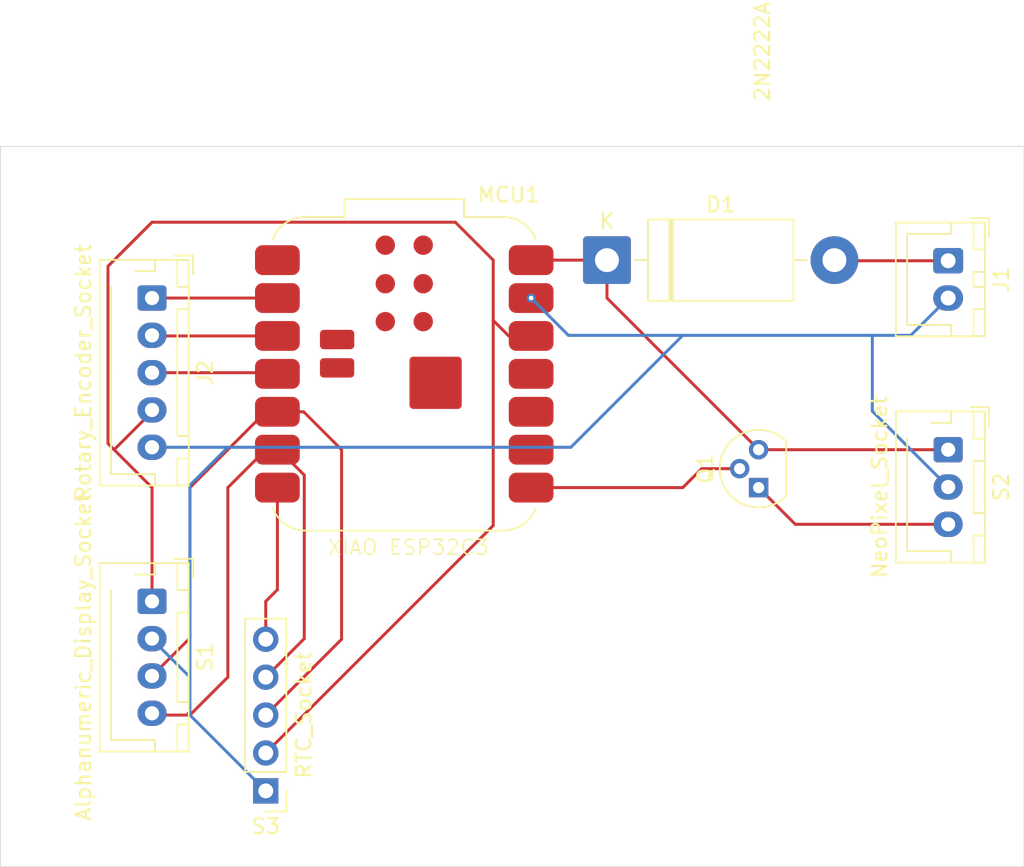
<source format=kicad_pcb>
(kicad_pcb (version 20241229) (generator "pcbnew") (generator_version "9.0")
  (layers (0 "F.Cu" signal) (2 "B.Cu" signal) (13 "F.Paste" user) (15 "B.Paste" user) (5 "F.SilkS" user "F.Silkscreen") (7 "B.SilkS" user "B.Silkscreen") (1 "F.Mask" user) (3 "B.Mask" user) (25 "Edge.Cuts" user))
  (net 0 "")
  (net 1 "/GND")
  (net 2 "/VCC")
  (net 3 "/A")
  (net 4 "/B")
  (net 5 "/SW")
  (net 8 "Net-(MCU1-PB09_A7_D7_RX)")
  (net 11 "/SCL")
  (net 12 "/SDA")
  (net 13 "/SQW")
  (net 14 "/DIN")
  (net 15 "Net-(D1-A)")
  (footprint "Connector_JST:JST_XH_B2B-XH-A_1x02_P2.50mm_Vertical" (layer "F.Cu") (at 162.56 53.38 -90)
    (property "Reference" "J1" (at 1.25 -3.55 90) (layer "F.SilkS"))
    (property "Value" "Barrel_Jack")
    (fp_line (start -2.56 3.51) (end 5.06 3.51) (stroke (width 0.12)) (layer "F.SilkS"))
    (fp_line (start 5.06 3.51) (end 5.06 -2.46) (stroke (width 0.12)) (layer "F.SilkS"))
    (fp_line (start -1.8 2.75) (end 1.25 2.75) (stroke (width 0.12)) (layer "F.SilkS"))
    (fp_line (start 4.3 2.75) (end 1.25 2.75) (stroke (width 0.12)) (layer "F.SilkS"))
    (fp_line (start -2.55 -0.2) (end -1.8 -0.2) (stroke (width 0.12)) (layer "F.SilkS"))
    (fp_line (start -1.8 -0.2) (end -1.8 2.75) (stroke (width 0.12)) (layer "F.SilkS"))
    (fp_line (start 4.3 -0.2) (end 4.3 2.75) (stroke (width 0.12)) (layer "F.SilkS"))
    (fp_line (start 5.05 -0.2) (end 4.3 -0.2) (stroke (width 0.12)) (layer "F.SilkS"))
    (fp_line (start -2.55 -1.7) (end -0.75 -1.7) (stroke (width 0.12)) (layer "F.SilkS"))
    (fp_line (start -0.75 -1.7) (end -0.75 -2.45) (stroke (width 0.12)) (layer "F.SilkS"))
    (fp_line (start 0.75 -1.7) (end 1.75 -1.7) (stroke (width 0.12)) (layer "F.SilkS"))
    (fp_line (start 1.75 -1.7) (end 1.75 -2.45) (stroke (width 0.12)) (layer "F.SilkS"))
    (fp_line (start 3.25 -1.7) (end 5.05 -1.7) (stroke (width 0.12)) (layer "F.SilkS"))
    (fp_line (start 5.05 -1.7) (end 5.05 -2.45) (stroke (width 0.12)) (layer "F.SilkS"))
    (fp_line (start -2.55 -2.45) (end -2.55 -1.7) (stroke (width 0.12)) (layer "F.SilkS"))
    (fp_line (start -0.75 -2.45) (end -2.55 -2.45) (stroke (width 0.12)) (layer "F.SilkS"))
    (fp_line (start 0.75 -2.45) (end 0.75 -1.7) (stroke (width 0.12)) (layer "F.SilkS"))
    (fp_line (start 1.75 -2.45) (end 0.75 -2.45) (stroke (width 0.12)) (layer "F.SilkS"))
    (fp_line (start 3.25 -2.45) (end 3.25 -1.7) (stroke (width 0.12)) (layer "F.SilkS"))
    (fp_line (start 5.05 -2.45) (end 3.25 -2.45) (stroke (width 0.12)) (layer "F.SilkS"))
    (fp_line (start -2.56 -2.46) (end -2.56 3.51) (stroke (width 0.12)) (layer "F.SilkS"))
    (fp_line (start 5.06 -2.46) (end -2.56 -2.46) (stroke (width 0.12)) (layer "F.SilkS"))
    (fp_line (start -2.85 -2.75) (end -2.85 -1.5) (stroke (width 0.12)) (layer "F.SilkS"))
    (fp_line (start -1.6 -2.75) (end -2.85 -2.75) (stroke (width 0.12)) (layer "F.SilkS"))
    (pad "1" thru_hole roundrect (at 0 0 270) (size 1.7 2) (drill 1) (layers "*.Cu" "*.Mask") (roundrect_rratio 0.147059) (net 15 "Net-(D1-A)"))
    (pad "2" thru_hole oval (at 2.5 0 270) (size 1.7 2) (drill 1) (layers "*.Cu" "*.Mask") (net 1 "/GND"))
  )
  (footprint "Connector_JST:JST_XH_B4B-XH-AM_1x04_P2.50mm_Vertical" (layer "F.Cu") (at 109.22 76.2 -90)
    (property "Reference" "S1" (at 3.75 -3.55 90) (layer "F.SilkS"))
    (property "Value" "Alphanumeric_Display_Socket" (at 3.75 4.6 90) (layer "F.SilkS"))
    (fp_line (start -2.56 3.51) (end 10.06 3.51) (stroke (width 0.12)) (layer "F.SilkS"))
    (fp_line (start 10.06 3.51) (end 10.06 -2.46) (stroke (width 0.12)) (layer "F.SilkS"))
    (fp_line (start 3.75 2.75) (end -0.74 2.75) (stroke (width 0.12)) (layer "F.SilkS"))
    (fp_line (start 9.3 2.75) (end 3.75 2.75) (stroke (width 0.12)) (layer "F.SilkS"))
    (fp_line (start -2.55 -0.2) (end -1.8 -0.2) (stroke (width 0.12)) (layer "F.SilkS"))
    (fp_line (start -1.8 -0.2) (end -1.8 1.14) (stroke (width 0.12)) (layer "F.SilkS"))
    (fp_line (start 9.3 -0.2) (end 9.3 2.75) (stroke (width 0.12)) (layer "F.SilkS"))
    (fp_line (start 10.05 -0.2) (end 9.3 -0.2) (stroke (width 0.12)) (layer "F.SilkS"))
    (fp_line (start -2.55 -1.7) (end -0.75 -1.7) (stroke (width 0.12)) (layer "F.SilkS"))
    (fp_line (start -0.75 -1.7) (end -0.75 -2.45) (stroke (width 0.12)) (layer "F.SilkS"))
    (fp_line (start 0.75 -1.7) (end 6.75 -1.7) (stroke (width 0.12)) (layer "F.SilkS"))
    (fp_line (start 6.75 -1.7) (end 6.75 -2.45) (stroke (width 0.12)) (layer "F.SilkS"))
    (fp_line (start 8.25 -1.7) (end 10.05 -1.7) (stroke (width 0.12)) (layer "F.SilkS"))
    (fp_line (start 10.05 -1.7) (end 10.05 -2.45) (stroke (width 0.12)) (layer "F.SilkS"))
    (fp_line (start -2.55 -2.45) (end -2.55 -1.7) (stroke (width 0.12)) (layer "F.SilkS"))
    (fp_line (start -0.75 -2.45) (end -2.55 -2.45) (stroke (width 0.12)) (layer "F.SilkS"))
    (fp_line (start 0.75 -2.45) (end 0.75 -1.7) (stroke (width 0.12)) (layer "F.SilkS"))
    (fp_line (start 6.75 -2.45) (end 0.75 -2.45) (stroke (width 0.12)) (layer "F.SilkS"))
    (fp_line (start 8.25 -2.45) (end 8.25 -1.7) (stroke (width 0.12)) (layer "F.SilkS"))
    (fp_line (start 10.05 -2.45) (end 8.25 -2.45) (stroke (width 0.12)) (layer "F.SilkS"))
    (fp_line (start -2.56 -2.46) (end -2.56 3.51) (stroke (width 0.12)) (layer "F.SilkS"))
    (fp_line (start 10.06 -2.46) (end -2.56 -2.46) (stroke (width 0.12)) (layer "F.SilkS"))
    (fp_line (start -2.85 -2.75) (end -2.85 -1.5) (stroke (width 0.12)) (layer "F.SilkS"))
    (fp_line (start -1.6 -2.75) (end -2.85 -2.75) (stroke (width 0.12)) (layer "F.SilkS"))
    (pad "" np_thru_hole circle (at -1.6 2 270) (size 1.2 1.2) (drill 1.2) (layers "*.Cu" "*.Mask"))
    (pad "1" thru_hole roundrect (at 0 0 270) (size 1.7 1.95) (drill 0.95) (layers "*.Cu" "*.Mask") (roundrect_rratio 0.147059) (net 2 "/VCC"))
    (pad "2" thru_hole oval (at 2.5 0 270) (size 1.7 1.95) (drill 0.95) (layers "*.Cu" "*.Mask") (net 1 "/GND"))
    (pad "3" thru_hole oval (at 5 0 270) (size 1.7 1.95) (drill 0.95) (layers "*.Cu" "*.Mask") (net 12 "/SDA"))
    (pad "4" thru_hole oval (at 7.5 0 270) (size 1.7 1.95) (drill 0.95) (layers "*.Cu" "*.Mask") (net 11 "/SCL"))
  )
  (footprint "Connector_JST:JST_XH_B5B-XH-AM_1x05_P2.50mm_Vertical" (layer "F.Cu") (at 109.22 55.88 -90)
    (property "Reference" "J2" (at 5 -3.55 90) (layer "F.SilkS"))
    (property "Value" "Rotary_Encoder_Socket" (at 5 4.6 90) (layer "F.SilkS"))
    (fp_line (start -2.56 3.51) (end 12.56 3.51) (stroke (width 0.12)) (layer "F.SilkS"))
    (fp_line (start 12.56 3.51) (end 12.56 -2.46) (stroke (width 0.12)) (layer "F.SilkS"))
    (fp_line (start 5 2.75) (end -0.74 2.75) (stroke (width 0.12)) (layer "F.SilkS"))
    (fp_line (start 11.8 2.75) (end 5 2.75) (stroke (width 0.12)) (layer "F.SilkS"))
    (fp_line (start -2.55 -0.2) (end -1.8 -0.2) (stroke (width 0.12)) (layer "F.SilkS"))
    (fp_line (start -1.8 -0.2) (end -1.8 1.14) (stroke (width 0.12)) (layer "F.SilkS"))
    (fp_line (start 11.8 -0.2) (end 11.8 2.75) (stroke (width 0.12)) (layer "F.SilkS"))
    (fp_line (start 12.55 -0.2) (end 11.8 -0.2) (stroke (width 0.12)) (layer "F.SilkS"))
    (fp_line (start -2.55 -1.7) (end -0.75 -1.7) (stroke (width 0.12)) (layer "F.SilkS"))
    (fp_line (start -0.75 -1.7) (end -0.75 -2.45) (stroke (width 0.12)) (layer "F.SilkS"))
    (fp_line (start 0.75 -1.7) (end 9.25 -1.7) (stroke (width 0.12)) (layer "F.SilkS"))
    (fp_line (start 9.25 -1.7) (end 9.25 -2.45) (stroke (width 0.12)) (layer "F.SilkS"))
    (fp_line (start 10.75 -1.7) (end 12.55 -1.7) (stroke (width 0.12)) (layer "F.SilkS"))
    (fp_line (start 12.55 -1.7) (end 12.55 -2.45) (stroke (width 0.12)) (layer "F.SilkS"))
    (fp_line (start -2.55 -2.45) (end -2.55 -1.7) (stroke (width 0.12)) (layer "F.SilkS"))
    (fp_line (start -0.75 -2.45) (end -2.55 -2.45) (stroke (width 0.12)) (layer "F.SilkS"))
    (fp_line (start 0.75 -2.45) (end 0.75 -1.7) (stroke (width 0.12)) (layer "F.SilkS"))
    (fp_line (start 9.25 -2.45) (end 0.75 -2.45) (stroke (width 0.12)) (layer "F.SilkS"))
    (fp_line (start 10.75 -2.45) (end 10.75 -1.7) (stroke (width 0.12)) (layer "F.SilkS"))
    (fp_line (start 12.55 -2.45) (end 10.75 -2.45) (stroke (width 0.12)) (layer "F.SilkS"))
    (fp_line (start -2.56 -2.46) (end -2.56 3.51) (stroke (width 0.12)) (layer "F.SilkS"))
    (fp_line (start 12.56 -2.46) (end -2.56 -2.46) (stroke (width 0.12)) (layer "F.SilkS"))
    (fp_line (start -2.85 -2.75) (end -2.85 -1.5) (stroke (width 0.12)) (layer "F.SilkS"))
    (fp_line (start -1.6 -2.75) (end -2.85 -2.75) (stroke (width 0.12)) (layer "F.SilkS"))
    (pad "" np_thru_hole circle (at -1.6 2 270) (size 1.2 1.2) (drill 1.2) (layers "*.Cu" "*.Mask"))
    (pad "1" thru_hole roundrect (at 0 0 270) (size 1.7 1.95) (drill 0.95) (layers "*.Cu" "*.Mask") (roundrect_rratio 0.147059) (net 3 "/A"))
    (pad "2" thru_hole oval (at 2.5 0 270) (size 1.7 1.95) (drill 0.95) (layers "*.Cu" "*.Mask") (net 4 "/B"))
    (pad "3" thru_hole oval (at 5 0 270) (size 1.7 1.95) (drill 0.95) (layers "*.Cu" "*.Mask") (net 5 "/SW"))
    (pad "4" thru_hole oval (at 7.5 0 270) (size 1.7 1.95) (drill 0.95) (layers "*.Cu" "*.Mask") (net 2 "/VCC"))
    (pad "5" thru_hole oval (at 10 0 270) (size 1.7 1.95) (drill 0.95) (layers "*.Cu" "*.Mask") (net 1 "/GND"))
  )
  (footprint "Diode_THT:D_DO-201AD_P15.24mm_Horizontal" (layer "F.Cu") (at 139.7 53.34)
    (property "Reference" "D1" (at 7.62 -3.72 0) (layer "F.SilkS"))
    (property "Value" "1N5822")
    (fp_line (start 1.84 0) (end 2.75 0) (stroke (width 0.12)) (layer "F.SilkS"))
    (fp_line (start 4.175 -2.72) (end 4.175 2.72) (stroke (width 0.12)) (layer "F.SilkS"))
    (fp_line (start 4.295 -2.72) (end 4.295 2.72) (stroke (width 0.12)) (layer "F.SilkS"))
    (fp_line (start 4.415 -2.72) (end 4.415 2.72) (stroke (width 0.12)) (layer "F.SilkS"))
    (fp_line (start 13.4 0) (end 12.49 0) (stroke (width 0.12)) (layer "F.SilkS"))
    (fp_rect (start 2.75 -2.72) (end 12.49 2.72) (stroke (width 0.12)) (fill no) (layer "F.SilkS"))
    (fp_text user "K" (at 0 -2.6 0) (layer "F.SilkS"))
    (pad "1" thru_hole roundrect (at 0 0) (size 3.2 3.2) (drill 1.6) (layers "*.Cu" "*.Mask") (roundrect_rratio 0.078125) (net 2 "/VCC"))
    (pad "2" thru_hole circle (at 15.24 0) (size 3.2 3.2) (drill 1.6) (layers "*.Cu" "*.Mask") (net 15 "Net-(D1-A)"))
  )
  (footprint "Connector_PinHeader_2.54mm:PinHeader_1x05_P2.54mm_Vertical" (layer "F.Cu") (at 116.84 88.9 180)
    (property "Reference" "S3" (at 0 -2.38 0) (layer "F.SilkS"))
    (property "Value" "RTC_Socket" (at -2.54 5.08 90) (layer "F.SilkS"))
    (fp_line (start 1.38 1.27) (end 1.38 11.54) (stroke (width 0.12)) (layer "F.SilkS"))
    (fp_line (start -1.38 11.54) (end 1.38 11.54) (stroke (width 0.12)) (layer "F.SilkS"))
    (fp_line (start -1.38 1.27) (end 1.38 1.27) (stroke (width 0.12)) (layer "F.SilkS"))
    (fp_line (start -1.38 1.27) (end -1.38 11.54) (stroke (width 0.12)) (layer "F.SilkS"))
    (fp_line (start -1.38 0) (end -1.38 -1.38) (stroke (width 0.12)) (layer "F.SilkS"))
    (fp_line (start -1.38 -1.38) (end 0 -1.38) (stroke (width 0.12)) (layer "F.SilkS"))
    (pad "1" thru_hole rect (at 0 0 180) (size 1.7 1.7) (drill 1) (layers "*.Cu" "*.Mask") (net 1 "/GND"))
    (pad "2" thru_hole circle (at 0 2.54 180) (size 1.7 1.7) (drill 1) (layers "*.Cu" "*.Mask") (net 2 "/VCC"))
    (pad "3" thru_hole circle (at 0 5.08 180) (size 1.7 1.7) (drill 1) (layers "*.Cu" "*.Mask") (net 12 "/SDA"))
    (pad "4" thru_hole circle (at 0 7.62 180) (size 1.7 1.7) (drill 1) (layers "*.Cu" "*.Mask") (net 11 "/SCL"))
    (pad "5" thru_hole circle (at 0 10.16 180) (size 1.7 1.7) (drill 1) (layers "*.Cu" "*.Mask") (net 13 "/SQW"))
  )
  (footprint "Package_TO_SOT_THT:TO-92" (layer "F.Cu") (at 149.86 68.58 90)
    (property "Reference" "Q1" (at 1.27 -3.56 90) (layer "F.SilkS"))
    (property "Value" "2N2222A" (at 29.21 0.25 90) (layer "F.SilkS"))
    (fp_line (start -0.53 1.85) (end 3.07 1.85) (stroke (width 0.12)) (layer "F.SilkS"))
    (fp_arc (start 1.27 -2.6) (mid 3.672087 -0.994977) (end 3.108478 1.838478) (stroke (width 0.12)) (layer "F.SilkS"))
    (fp_arc (start -0.568478 1.838478) (mid -1.132087 -0.994977) (end 1.27 -2.6) (stroke (width 0.12)) (layer "F.SilkS"))
    (pad "1" thru_hole rect (at 0 0 90) (size 1.3 1.3) (drill 0.75) (layers "*.Cu" "*.Mask") (net 14 "/DIN"))
    (pad "2" thru_hole circle (at 1.27 -1.27 90) (size 1.3 1.3) (drill 0.75) (layers "*.Cu" "*.Mask") (net 8 "Net-(MCU1-PB09_A7_D7_RX)"))
    (pad "3" thru_hole circle (at 2.54 0 90) (size 1.3 1.3) (drill 0.75) (layers "*.Cu" "*.Mask") (net 2 "/VCC"))
  )
  (footprint "RF_Module:MCU_Seeed_ESP32C3" (layer "F.Cu") (at 126.12 60.96)
    (property "Reference" "MCU1" (at 7 -12 0) (layer "F.SilkS"))
    (property "Value" "MOUDLE-SEEEDUINO-XIAO-ESP32C3")
    (fp_line (start -6.7 10.5) (end 6.7 10.5) (stroke (width 0.12)) (layer "F.SilkS"))
    (fp_line (start -4 -11.7) (end 4 -11.7) (stroke (width 0.12)) (layer "F.SilkS"))
    (fp_line (start -4 -10.5) (end -6.6 -10.5) (stroke (width 0.12)) (layer "F.SilkS"))
    (fp_line (start -4 -10.5) (end -4 -11.7) (stroke (width 0.12)) (layer "F.SilkS"))
    (fp_line (start 4 -11.7) (end 4 -10.5) (stroke (width 0.12)) (layer "F.SilkS"))
    (fp_line (start 6.6 -10.5) (end 4 -10.5) (stroke (width 0.12)) (layer "F.SilkS"))
    (fp_arc (start -8.812892 -9.00468) (mid -7.949609 -10.111769) (end -6.600468 -10.499999) (stroke (width 0.12)) (layer "F.SilkS"))
    (fp_arc (start -6.7 10.5) (mid -7.977232 10.068125) (end -8.8 9) (stroke (width 0.12)) (layer "F.SilkS"))
    (fp_arc (start 6.6 -10.499999) (mid 7.944325 -10.107116) (end 8.804034 -9.001464) (stroke (width 0.12)) (layer "F.SilkS"))
    (fp_arc (start 8.8 9) (mid 7.977232 10.068125) (end 6.7 10.5) (stroke (width 0.12)) (layer "F.SilkS"))
    (pad "1" smd roundrect (at -8.5 -7.62) (size 3 2) (layers "F.Cu" "F.Mask" "F.Paste"))
    (pad "2" smd roundrect (at -8.5 -5.08) (size 3 2) (layers "F.Cu" "F.Mask" "F.Paste") (net 3 "/A"))
    (pad "3" smd roundrect (at -8.5 -2.54) (size 3 2) (layers "F.Cu" "F.Mask" "F.Paste") (net 4 "/B"))
    (pad "4" smd roundrect (at -8.5 0) (size 3 2) (layers "F.Cu" "F.Mask" "F.Paste") (net 5 "/SW"))
    (pad "5" smd roundrect (at -8.5 2.54) (size 3 2) (layers "F.Cu" "F.Mask" "F.Paste") (net 12 "/SDA"))
    (pad "6" smd roundrect (at -8.5 5.08) (size 3 2) (layers "F.Cu" "F.Mask" "F.Paste") (net 11 "/SCL"))
    (pad "7" smd roundrect (at -8.5 7.62) (size 3 2) (layers "F.Cu" "F.Mask" "F.Paste") (net 13 "/SQW"))
    (pad "8" smd roundrect (at 8.5 7.62) (size 3 2) (layers "F.Cu" "F.Mask" "F.Paste") (net 8 "Net-(MCU1-PB09_A7_D7_RX)"))
    (pad "9" smd roundrect (at 8.5 5.08) (size 3 2) (layers "F.Cu" "F.Mask" "F.Paste"))
    (pad "10" smd roundrect (at 8.5 2.54) (size 3 2) (layers "F.Cu" "F.Mask" "F.Paste"))
    (pad "11" smd roundrect (at 8.5 0) (size 3 2) (layers "F.Cu" "F.Mask" "F.Paste"))
    (pad "12" smd roundrect (at 8.5 -2.54) (size 3 2) (layers "F.Cu" "F.Mask" "F.Paste") (net 2 "/VCC"))
    (pad "13" smd roundrect (at 8.5 -5.08) (size 3 2) (layers "F.Cu" "F.Mask" "F.Paste") (net 1 "/GND"))
    (pad "14" smd roundrect (at 8.5 -7.62) (size 3 2) (layers "F.Cu" "F.Mask" "F.Paste") (net 2 "/VCC"))
    (pad "15" smd roundrect (at 2.1 0.6) (size 3.5 3.5) (property pad_prop_heatsink) (layers "F.Cu" "F.Mask") (roundrect_rratio 0.07142857143))
    (pad "16" smd roundrect (at -4.5 -0.4) (size 2.3 1.3) (layers "F.Cu" "F.Mask" "F.Paste") (roundrect_rratio 0.1923076923))
    (pad "17" smd roundrect (at -4.5 -2.3) (size 2.3 1.3) (layers "F.Cu" "F.Mask" "F.Paste") (roundrect_rratio 0.1923076923))
    (pad "18" smd circle (at -1.27 -8.62) (size 1.3 1.3) (layers "F.Cu" "F.Mask" "F.Paste"))
    (pad "19" smd circle (at -1.27 -6.04) (size 1.3 1.3) (layers "F.Cu" "F.Mask" "F.Paste"))
    (pad "20" smd circle (at -1.27 -3.5) (size 1.3 1.3) (layers "F.Cu" "F.Mask" "F.Paste"))
    (pad "21" smd circle (at 1.27 -3.5) (size 1.3 1.3) (layers "F.Cu" "F.Mask" "F.Paste"))
    (pad "22" smd circle (at 1.27 -6.04) (size 1.3 1.3) (layers "F.Cu" "F.Mask" "F.Paste"))
    (pad "23" smd circle (at 1.27 -8.62) (size 1.3 1.3) (layers "F.Cu" "F.Mask" "F.Paste"))
  )
  (footprint "Connector_JST:JST_XH_B3B-XH-AM_1x03_P2.50mm_Vertical" (layer "F.Cu") (at 162.56 66.04 -90)
    (property "Reference" "S2" (at 2.5 -3.55 90) (layer "F.SilkS"))
    (property "Value" "NeoPixel_Socket" (at 2.5 4.6 90) (layer "F.SilkS"))
    (fp_line (start -2.56 3.51) (end 7.56 3.51) (stroke (width 0.12)) (layer "F.SilkS"))
    (fp_line (start 7.56 3.51) (end 7.56 -2.46) (stroke (width 0.12)) (layer "F.SilkS"))
    (fp_line (start 2.5 2.75) (end -0.74 2.75) (stroke (width 0.12)) (layer "F.SilkS"))
    (fp_line (start 6.8 2.75) (end 2.5 2.75) (stroke (width 0.12)) (layer "F.SilkS"))
    (fp_line (start -2.55 -0.2) (end -1.8 -0.2) (stroke (width 0.12)) (layer "F.SilkS"))
    (fp_line (start -1.8 -0.2) (end -1.8 1.14) (stroke (width 0.12)) (layer "F.SilkS"))
    (fp_line (start 6.8 -0.2) (end 6.8 2.75) (stroke (width 0.12)) (layer "F.SilkS"))
    (fp_line (start 7.55 -0.2) (end 6.8 -0.2) (stroke (width 0.12)) (layer "F.SilkS"))
    (fp_line (start -2.55 -1.7) (end -0.75 -1.7) (stroke (width 0.12)) (layer "F.SilkS"))
    (fp_line (start -0.75 -1.7) (end -0.75 -2.45) (stroke (width 0.12)) (layer "F.SilkS"))
    (fp_line (start 0.75 -1.7) (end 4.25 -1.7) (stroke (width 0.12)) (layer "F.SilkS"))
    (fp_line (start 4.25 -1.7) (end 4.25 -2.45) (stroke (width 0.12)) (layer "F.SilkS"))
    (fp_line (start 5.75 -1.7) (end 7.55 -1.7) (stroke (width 0.12)) (layer "F.SilkS"))
    (fp_line (start 7.55 -1.7) (end 7.55 -2.45) (stroke (width 0.12)) (layer "F.SilkS"))
    (fp_line (start -2.55 -2.45) (end -2.55 -1.7) (stroke (width 0.12)) (layer "F.SilkS"))
    (fp_line (start -0.75 -2.45) (end -2.55 -2.45) (stroke (width 0.12)) (layer "F.SilkS"))
    (fp_line (start 0.75 -2.45) (end 0.75 -1.7) (stroke (width 0.12)) (layer "F.SilkS"))
    (fp_line (start 4.25 -2.45) (end 0.75 -2.45) (stroke (width 0.12)) (layer "F.SilkS"))
    (fp_line (start 5.75 -2.45) (end 5.75 -1.7) (stroke (width 0.12)) (layer "F.SilkS"))
    (fp_line (start 7.55 -2.45) (end 5.75 -2.45) (stroke (width 0.12)) (layer "F.SilkS"))
    (fp_line (start -2.56 -2.46) (end -2.56 3.51) (stroke (width 0.12)) (layer "F.SilkS"))
    (fp_line (start 7.56 -2.46) (end -2.56 -2.46) (stroke (width 0.12)) (layer "F.SilkS"))
    (fp_line (start -2.85 -2.75) (end -2.85 -1.5) (stroke (width 0.12)) (layer "F.SilkS"))
    (fp_line (start -1.6 -2.75) (end -2.85 -2.75) (stroke (width 0.12)) (layer "F.SilkS"))
    (pad "" np_thru_hole circle (at -1.6 2 270) (size 1.2 1.2) (drill 1.2) (layers "*.Cu" "*.Mask"))
    (pad "1" thru_hole roundrect (at 0 0 270) (size 1.7 1.95) (drill 0.95) (layers "*.Cu" "*.Mask") (roundrect_rratio 0.147059) (net 2 "/VCC"))
    (pad "2" thru_hole oval (at 2.5 0 270) (size 1.7 1.95) (drill 0.95) (layers "*.Cu" "*.Mask") (net 1 "/GND"))
    (pad "3" thru_hole oval (at 5 0 270) (size 1.7 1.95) (drill 0.95) (layers "*.Cu" "*.Mask") (net 14 "/DIN"))
  )
  (gr_rect (start 99.06 45.72) (end 167.64 93.98) (stroke (width 0.05)) (fill no) (layer "Edge.Cuts"))
  (gr_text "XIAO ESP32C3" (at 120.931114 73.16512 0) (layer "F.SilkS") (effects (font (size 1 1) (thickness 0.1)) (justify left bottom)))
  (via (at 134.62 55.88) (size 0.6) (drill 0.3) (layers "F.Cu" "B.Cu") (net 1))
  (segment (start 157.48 58.38) (end 144.78 58.38) (width 0.2) (layer "B.Cu") (net 1))
  (segment (start 111.76 68.42) (end 114.3 65.88) (width 0.2) (layer "B.Cu") (net 1))
  (segment (start 157.48 63.46) (end 162.56 68.54) (width 0.2) (layer "B.Cu") (net 1))
  (segment (start 111.76 81.28) (end 111.76 68.42) (width 0.2) (layer "B.Cu") (net 1))
  (segment (start 109.22 78.74) (end 111.76 81.28) (width 0.2) (layer "B.Cu") (net 1))
  (segment (start 144.78 58.38) (end 137.12 58.38) (width 0.2) (layer "B.Cu") (net 1))
  (segment (start 160.06 58.38) (end 157.48 58.38) (width 0.2) (layer "B.Cu") (net 1))
  (segment (start 111.76 83.82) (end 116.84 88.9) (width 0.2) (layer "B.Cu") (net 1))
  (segment (start 137.28 65.88) (end 144.78 58.38) (width 0.2) (layer "B.Cu") (net 1))
  (segment (start 157.48 58.38) (end 157.48 63.46) (width 0.2) (layer "B.Cu") (net 1))
  (segment (start 137.12 58.38) (end 134.62 55.88) (width 0.2) (layer "B.Cu") (net 1))
  (segment (start 109.18 78.7) (end 109.22 78.66) (width 0.2) (layer "B.Cu") (net 1))
  (segment (start 111.76 81.28) (end 111.76 83.82) (width 0.2) (layer "B.Cu") (net 1))
  (segment (start 162.56 55.88) (end 160.06 58.38) (width 0.2) (layer "B.Cu") (net 1))
  (segment (start 114.3 65.88) (end 137.28 65.88) (width 0.2) (layer "B.Cu") (net 1))
  (segment (start 109.22 78.7) (end 109.22 78.74) (width 0.2) (layer "B.Cu") (net 1))
  (segment (start 109.22 65.88) (end 114.3 65.88) (width 0.2) (layer "B.Cu") (net 1))
  (segment (start 133.12 58.42) (end 132.08 57.38) (width 0.2) (layer "F.Cu") (net 2))
  (segment (start 134.62 58.42) (end 133.12 58.42) (width 0.2) (layer "F.Cu") (net 2))
  (segment (start 109.22 63.38) (end 109.22 63.5) (width 0.2) (layer "F.Cu") (net 2))
  (segment (start 109.22 68.58) (end 109.22 76.2) (width 0.2) (layer "F.Cu") (net 2))
  (segment (start 109.22 63.5) (end 106.68 66.04) (width 0.2) (layer "F.Cu") (net 2))
  (segment (start 132.08 57.38) (end 132.08 71.12) (width 0.2) (layer "F.Cu") (net 2))
  (segment (start 106.68 66.04) (end 109.22 68.58) (width 0.2) (layer "F.Cu") (net 2))
  (segment (start 132.08 71.12) (end 116.84 86.36) (width 0.2) (layer "F.Cu") (net 2))
  (segment (start 139.7 55.88) (end 149.86 66.04) (width 0.2) (layer "F.Cu") (net 2))
  (segment (start 149.86 66.04) (end 162.56 66.04) (width 0.2) (layer "F.Cu") (net 2))
  (segment (start 139.7 53.34) (end 134.62 53.34) (width 0.2) (layer "F.Cu") (net 2))
  (segment (start 129.54 50.8) (end 109.22 50.8) (width 0.2) (layer "F.Cu") (net 2))
  (segment (start 106.269 53.751) (end 106.269 65.629) (width 0.2) (layer "F.Cu") (net 2))
  (segment (start 132.08 53.34) (end 129.54 50.8) (width 0.2) (layer "F.Cu") (net 2))
  (segment (start 139.7 53.34) (end 139.7 55.88) (width 0.2) (layer "F.Cu") (net 2))
  (segment (start 132.08 57.38) (end 132.08 53.34) (width 0.2) (layer "F.Cu") (net 2))
  (segment (start 106.269 65.629) (end 106.68 66.04) (width 0.2) (layer "F.Cu") (net 2))
  (segment (start 109.22 50.8) (end 106.269 53.751) (width 0.2) (layer "F.Cu") (net 2))
  (segment (start 109.22 55.88) (end 117.62 55.88) (width 0.2) (layer "F.Cu") (net 3))
  (segment (start 109.26 58.42) (end 109.22 58.38) (width 0.2) (layer "F.Cu") (net 4))
  (segment (start 117.62 58.42) (end 109.26 58.42) (width 0.2) (layer "F.Cu") (net 4))
  (segment (start 117.54 60.88) (end 117.62 60.96) (width 0.2) (layer "F.Cu") (net 5))
  (segment (start 109.22 60.88) (end 117.54 60.88) (width 0.2) (layer "F.Cu") (net 5))
  (segment (start 146.05 67.31) (end 144.78 68.58) (width 0.2) (layer "F.Cu") (net 8))
  (segment (start 144.78 68.58) (end 134.62 68.58) (width 0.2) (layer "F.Cu") (net 8))
  (segment (start 148.59 67.31) (end 146.05 67.31) (width 0.2) (layer "F.Cu") (net 8))
  (segment (start 109.34 83.82) (end 109.22 83.7) (width 0.2) (layer "F.Cu") (net 11))
  (segment (start 114.3 81.28) (end 111.76 83.82) (width 0.2) (layer "F.Cu") (net 11))
  (segment (start 114.3 68.58) (end 114.3 81.28) (width 0.2) (layer "F.Cu") (net 11))
  (segment (start 117.62 66.04) (end 117.720058 66.04) (width 0.2) (layer "F.Cu") (net 11))
  (segment (start 119.421 67.740942) (end 119.421 78.699) (width 0.2) (layer "F.Cu") (net 11))
  (segment (start 119.421 78.699) (end 116.84 81.28) (width 0.2) (layer "F.Cu") (net 11))
  (segment (start 111.76 83.82) (end 109.34 83.82) (width 0.2) (layer "F.Cu") (net 11))
  (segment (start 111.76 83.82) (end 111.64 83.7) (width 0.2) (layer "F.Cu") (net 11))
  (segment (start 117.62 66.04) (end 116.84 66.04) (width 0.2) (layer "F.Cu") (net 11))
  (segment (start 117.720058 66.04) (end 119.421 67.740942) (width 0.2) (layer "F.Cu") (net 11))
  (segment (start 116.84 66.04) (end 114.3 68.58) (width 0.2) (layer "F.Cu") (net 11))
  (segment (start 111.76 78.66) (end 109.22 81.2) (width 0.2) (layer "F.Cu") (net 12))
  (segment (start 117.62 63.5) (end 116.84 63.5) (width 0.2) (layer "F.Cu") (net 12))
  (segment (start 117.62 63.5) (end 119.38 63.5) (width 0.2) (layer "F.Cu") (net 12))
  (segment (start 111.76 68.58) (end 111.76 78.66) (width 0.2) (layer "F.Cu") (net 12))
  (segment (start 119.38 63.5) (end 121.92 66.04) (width 0.2) (layer "F.Cu") (net 12))
  (segment (start 121.92 78.74) (end 116.84 83.82) (width 0.2) (layer "F.Cu") (net 12))
  (segment (start 116.84 63.5) (end 111.76 68.58) (width 0.2) (layer "F.Cu") (net 12))
  (segment (start 121.92 66.04) (end 121.92 78.74) (width 0.2) (layer "F.Cu") (net 12))
  (segment (start 117.62 75.42) (end 117.62 68.58) (width 0.2) (layer "F.Cu") (net 13))
  (segment (start 116.84 76.2) (end 117.62 75.42) (width 0.2) (layer "F.Cu") (net 13))
  (segment (start 116.84 78.74) (end 116.84 76.2) (width 0.2) (layer "F.Cu") (net 13))
  (segment (start 152.32 71.04) (end 149.86 68.58) (width 0.2) (layer "F.Cu") (net 14))
  (segment (start 162.56 71.04) (end 152.32 71.04) (width 0.2) (layer "F.Cu") (net 14))
  (segment (start 162.56 53.38) (end 154.98 53.38) (width 0.2) (layer "F.Cu") (net 15))
  (segment (start 154.98 53.38) (end 154.94 53.34) (width 0.2) (layer "F.Cu") (net 15))
)
</source>
